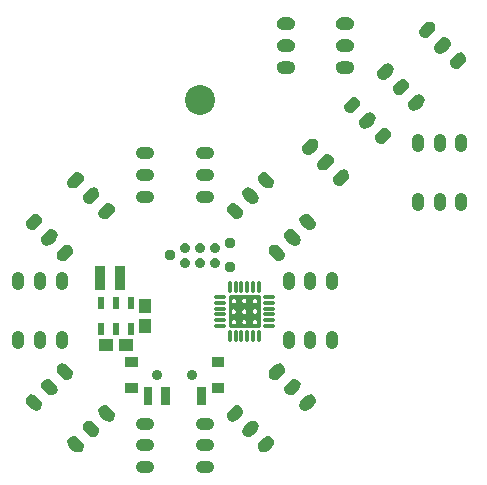
<source format=gts>
G04 DipTrace 2.4.0.2*
%INmale.gts*%
%MOMM*%
%ADD10C,0.25*%
%ADD24C,0.165*%
%ADD33R,0.5X1.0*%
%ADD40C,2.54*%
%ADD41C,0.95*%
%ADD42C,0.9*%
%ADD45O,1.55X1.05*%
%ADD46O,1.05X1.55*%
%ADD50O,0.33X1.05*%
%ADD51O,1.05X0.33*%
%ADD52R,0.9X2.05*%
%ADD53R,1.05X1.15*%
%ADD54R,1.15X1.05*%
%FSLAX53Y53*%
G04*
G71*
G90*
G75*
G01*
%LNTopMask*%
%LPD*%
D54*
X20810Y23492D3*
X22510D3*
D53*
X24121Y26865D3*
Y25165D3*
D40*
X28787Y44273D3*
G36*
X27902Y31762D2*
X27896Y31835D1*
X27877Y31906D1*
X27846Y31972D1*
X27804Y32031D1*
X27753Y32083D1*
X27693Y32125D1*
X27627Y32156D1*
X27556Y32175D1*
X27484Y32181D1*
D1*
X27411Y32175D1*
X27340Y32156D1*
X27274Y32125D1*
X27214Y32083D1*
X27163Y32031D1*
X27121Y31972D1*
X27090Y31906D1*
X27071Y31835D1*
X27065Y31762D1*
D1*
X27071Y31690D1*
X27090Y31619D1*
X27121Y31553D1*
X27163Y31493D1*
X27214Y31441D1*
X27274Y31400D1*
X27340Y31369D1*
X27411Y31350D1*
X27484Y31343D1*
D1*
X27556Y31350D1*
X27627Y31369D1*
X27693Y31400D1*
X27753Y31441D1*
X27804Y31493D1*
X27846Y31553D1*
X27877Y31619D1*
X27896Y31690D1*
X27902Y31762D1*
G37*
G36*
X29172D2*
X29166Y31835D1*
X29147Y31906D1*
X29116Y31972D1*
X29074Y32031D1*
X29023Y32083D1*
X28963Y32125D1*
X28897Y32156D1*
X28826Y32175D1*
X28754Y32181D1*
D1*
X28681Y32175D1*
X28610Y32156D1*
X28544Y32125D1*
X28484Y32083D1*
X28433Y32031D1*
X28391Y31972D1*
X28360Y31906D1*
X28341Y31835D1*
X28335Y31762D1*
D1*
X28341Y31690D1*
X28360Y31619D1*
X28391Y31553D1*
X28433Y31493D1*
X28484Y31441D1*
X28544Y31400D1*
X28610Y31369D1*
X28681Y31350D1*
X28754Y31343D1*
D1*
X28826Y31350D1*
X28897Y31369D1*
X28963Y31400D1*
X29023Y31441D1*
X29074Y31493D1*
X29116Y31553D1*
X29147Y31619D1*
X29166Y31690D1*
X29172Y31762D1*
G37*
G36*
X30442D2*
X30436Y31835D1*
X30417Y31906D1*
X30386Y31972D1*
X30344Y32031D1*
X30293Y32083D1*
X30233Y32125D1*
X30167Y32156D1*
X30096Y32175D1*
X30024Y32181D1*
D1*
X29951Y32175D1*
X29880Y32156D1*
X29814Y32125D1*
X29754Y32083D1*
X29703Y32031D1*
X29661Y31972D1*
X29630Y31906D1*
X29611Y31835D1*
X29605Y31762D1*
D1*
X29611Y31690D1*
X29630Y31619D1*
X29661Y31553D1*
X29703Y31493D1*
X29754Y31441D1*
X29814Y31400D1*
X29880Y31369D1*
X29951Y31350D1*
X30024Y31343D1*
D1*
X30096Y31350D1*
X30167Y31369D1*
X30233Y31400D1*
X30293Y31441D1*
X30344Y31493D1*
X30386Y31553D1*
X30417Y31619D1*
X30436Y31690D1*
X30442Y31762D1*
G37*
G36*
Y30492D2*
X30436Y30565D1*
X30417Y30636D1*
X30386Y30702D1*
X30344Y30761D1*
X30293Y30813D1*
X30233Y30855D1*
X30167Y30886D1*
X30096Y30905D1*
X30024Y30911D1*
D1*
X29951Y30905D1*
X29880Y30886D1*
X29814Y30855D1*
X29754Y30813D1*
X29703Y30761D1*
X29661Y30702D1*
X29630Y30636D1*
X29611Y30565D1*
X29605Y30492D1*
D1*
X29611Y30420D1*
X29630Y30349D1*
X29661Y30283D1*
X29703Y30223D1*
X29754Y30171D1*
X29814Y30130D1*
X29880Y30099D1*
X29951Y30080D1*
X30024Y30073D1*
D1*
X30096Y30080D1*
X30167Y30099D1*
X30233Y30130D1*
X30293Y30171D1*
X30344Y30223D1*
X30386Y30283D1*
X30417Y30349D1*
X30436Y30420D1*
X30442Y30492D1*
G37*
G36*
X29172D2*
X29166Y30565D1*
X29147Y30636D1*
X29116Y30702D1*
X29074Y30761D1*
X29023Y30813D1*
X28963Y30855D1*
X28897Y30886D1*
X28826Y30905D1*
X28754Y30911D1*
D1*
X28681Y30905D1*
X28610Y30886D1*
X28544Y30855D1*
X28484Y30813D1*
X28433Y30761D1*
X28391Y30702D1*
X28360Y30636D1*
X28341Y30565D1*
X28335Y30492D1*
D1*
X28341Y30420D1*
X28360Y30349D1*
X28391Y30283D1*
X28433Y30223D1*
X28484Y30171D1*
X28544Y30130D1*
X28610Y30099D1*
X28681Y30080D1*
X28754Y30073D1*
D1*
X28826Y30080D1*
X28897Y30099D1*
X28963Y30130D1*
X29023Y30171D1*
X29074Y30223D1*
X29116Y30283D1*
X29147Y30349D1*
X29166Y30420D1*
X29172Y30492D1*
G37*
G36*
X27902D2*
X27896Y30565D1*
X27877Y30636D1*
X27846Y30702D1*
X27804Y30761D1*
X27753Y30813D1*
X27693Y30855D1*
X27627Y30886D1*
X27556Y30905D1*
X27484Y30911D1*
D1*
X27411Y30905D1*
X27340Y30886D1*
X27274Y30855D1*
X27214Y30813D1*
X27163Y30761D1*
X27121Y30702D1*
X27090Y30636D1*
X27071Y30565D1*
X27065Y30492D1*
D1*
X27071Y30420D1*
X27090Y30349D1*
X27121Y30283D1*
X27163Y30223D1*
X27214Y30171D1*
X27274Y30130D1*
X27340Y30099D1*
X27411Y30080D1*
X27484Y30073D1*
D1*
X27556Y30080D1*
X27627Y30099D1*
X27693Y30130D1*
X27753Y30171D1*
X27804Y30223D1*
X27846Y30283D1*
X27877Y30349D1*
X27896Y30420D1*
X27902Y30492D1*
G37*
D41*
X26214Y31127D3*
X31294Y32143D3*
Y30111D3*
D52*
X20285Y29186D3*
X21985D3*
X32234Y27270D2*
D24*
X32235Y27289D1*
X32236Y27309D1*
X32240Y27328D1*
X32244Y27347D1*
X32250Y27366D1*
X32257Y27384D1*
X32265Y27401D1*
X32274Y27418D1*
X32285Y27434D1*
X32296Y27450D1*
X32309Y27464D1*
X32322Y27478D1*
X32336Y27490D1*
X32351Y27502D1*
X32367Y27512D1*
X32384Y27521D1*
X32401Y27529D1*
X32418Y27536D1*
X32436Y27541D1*
X32454Y27545D1*
X32473Y27548D1*
X32491Y27549D1*
X32510D1*
X32528Y27548D1*
X32547Y27545D1*
X32565Y27541D1*
X32583Y27536D1*
X32600Y27529D1*
X32617Y27521D1*
X32634Y27512D1*
X32650Y27502D1*
X32665Y27490D1*
X32679Y27478D1*
X32692Y27464D1*
X32705Y27450D1*
X32716Y27434D1*
X32727Y27418D1*
X32736Y27401D1*
X32744Y27384D1*
X32751Y27366D1*
X32757Y27347D1*
X32761Y27328D1*
X32765Y27309D1*
X32766Y27289D1*
X32767Y27270D1*
X32766Y27250D1*
X32765Y27231D1*
X32761Y27212D1*
X32757Y27193D1*
X32751Y27174D1*
X32744Y27156D1*
X32736Y27139D1*
X32727Y27122D1*
X32716Y27106D1*
X32705Y27090D1*
X32692Y27076D1*
X32679Y27062D1*
X32665Y27050D1*
X32650Y27038D1*
X32634Y27028D1*
X32617Y27019D1*
X32600Y27011D1*
X32583Y27004D1*
X32565Y26999D1*
X32547Y26995D1*
X32528Y26992D1*
X32510Y26991D1*
X32491D1*
X32473Y26992D1*
X32454Y26995D1*
X32436Y26999D1*
X32418Y27004D1*
X32401Y27011D1*
X32384Y27019D1*
X32367Y27028D1*
X32351Y27038D1*
X32336Y27050D1*
X32322Y27062D1*
X32309Y27076D1*
X32296Y27090D1*
X32285Y27106D1*
X32274Y27122D1*
X32265Y27139D1*
X32257Y27156D1*
X32250Y27174D1*
X32244Y27193D1*
X32240Y27212D1*
X32236Y27231D1*
X32235Y27250D1*
X32234Y27270D1*
X33137D2*
X33138Y27289D1*
X33140Y27309D1*
X33143Y27328D1*
X33147Y27347D1*
X33153Y27366D1*
X33160Y27384D1*
X33168Y27401D1*
X33178Y27418D1*
X33188Y27434D1*
X33200Y27450D1*
X33212Y27464D1*
X33225Y27478D1*
X33240Y27490D1*
X33255Y27502D1*
X33270Y27512D1*
X33287Y27521D1*
X33304Y27529D1*
X33321Y27536D1*
X33339Y27541D1*
X33357Y27545D1*
X33376Y27548D1*
X33394Y27549D1*
X33413D1*
X33432Y27548D1*
X33450Y27545D1*
X33468Y27541D1*
X33486Y27536D1*
X33504Y27529D1*
X33521Y27521D1*
X33537Y27512D1*
X33553Y27502D1*
X33568Y27490D1*
X33582Y27478D1*
X33596Y27464D1*
X33608Y27450D1*
X33619Y27434D1*
X33630Y27418D1*
X33639Y27401D1*
X33647Y27384D1*
X33654Y27366D1*
X33660Y27347D1*
X33665Y27328D1*
X33668Y27309D1*
X33670Y27289D1*
Y27270D1*
Y27250D1*
X33668Y27231D1*
X33665Y27212D1*
X33660Y27193D1*
X33654Y27174D1*
X33647Y27156D1*
X33639Y27139D1*
X33630Y27122D1*
X33619Y27106D1*
X33608Y27090D1*
X33596Y27076D1*
X33582Y27062D1*
X33568Y27050D1*
X33553Y27038D1*
X33537Y27028D1*
X33521Y27019D1*
X33504Y27011D1*
X33486Y27004D1*
X33468Y26999D1*
X33450Y26995D1*
X33432Y26992D1*
X33413Y26991D1*
X33394D1*
X33376Y26992D1*
X33357Y26995D1*
X33339Y26999D1*
X33321Y27004D1*
X33304Y27011D1*
X33287Y27019D1*
X33270Y27028D1*
X33255Y27038D1*
X33240Y27050D1*
X33225Y27062D1*
X33212Y27076D1*
X33200Y27090D1*
X33188Y27106D1*
X33178Y27122D1*
X33168Y27139D1*
X33160Y27156D1*
X33153Y27174D1*
X33147Y27193D1*
X33143Y27212D1*
X33140Y27231D1*
X33138Y27250D1*
X33137Y27270D1*
X31327Y26373D2*
X31328Y26393D1*
X31330Y26412D1*
X31333Y26431D1*
X31338Y26450D1*
X31343Y26469D1*
X31350Y26487D1*
X31358Y26505D1*
X31368Y26521D1*
X31378Y26538D1*
X31390Y26553D1*
X31402Y26567D1*
X31415Y26581D1*
X31430Y26594D1*
X31445Y26605D1*
X31461Y26615D1*
X31477Y26625D1*
X31494Y26632D1*
X31511Y26639D1*
X31529Y26645D1*
X31548Y26649D1*
X31566Y26651D1*
X31585Y26653D1*
X31603D1*
X31622Y26651D1*
X31640Y26649D1*
X31658Y26645D1*
X31676Y26639D1*
X31694Y26632D1*
X31711Y26625D1*
X31727Y26615D1*
X31743Y26605D1*
X31758Y26594D1*
X31772Y26581D1*
X31786Y26567D1*
X31798Y26553D1*
X31810Y26538D1*
X31820Y26521D1*
X31829Y26505D1*
X31837Y26487D1*
X31844Y26469D1*
X31850Y26450D1*
X31855Y26431D1*
X31858Y26412D1*
X31860Y26393D1*
Y26373D1*
Y26354D1*
X31858Y26334D1*
X31855Y26315D1*
X31850Y26296D1*
X31844Y26278D1*
X31837Y26260D1*
X31829Y26242D1*
X31820Y26225D1*
X31810Y26209D1*
X31798Y26194D1*
X31786Y26179D1*
X31772Y26166D1*
X31758Y26153D1*
X31743Y26142D1*
X31727Y26131D1*
X31711Y26122D1*
X31694Y26114D1*
X31676Y26108D1*
X31658Y26102D1*
X31640Y26098D1*
X31622Y26095D1*
X31603Y26094D1*
X31585D1*
X31566Y26095D1*
X31548Y26098D1*
X31529Y26102D1*
X31511Y26108D1*
X31494Y26114D1*
X31477Y26122D1*
X31461Y26131D1*
X31445Y26142D1*
X31430Y26153D1*
X31415Y26166D1*
X31402Y26179D1*
X31390Y26194D1*
X31378Y26209D1*
X31368Y26225D1*
X31358Y26242D1*
X31350Y26260D1*
X31343Y26278D1*
X31338Y26296D1*
X31333Y26315D1*
X31330Y26334D1*
X31328Y26354D1*
X31327Y26373D1*
X32227Y26370D2*
X32228Y26390D1*
X32230Y26409D1*
X32233Y26428D1*
X32237Y26447D1*
X32243Y26466D1*
X32250Y26484D1*
X32258Y26501D1*
X32268Y26518D1*
X32278Y26534D1*
X32289Y26550D1*
X32302Y26564D1*
X32315Y26578D1*
X32330Y26590D1*
X32345Y26602D1*
X32360Y26612D1*
X32377Y26621D1*
X32394Y26629D1*
X32411Y26636D1*
X32429Y26641D1*
X32447Y26645D1*
X32466Y26648D1*
X32484Y26649D1*
X32503D1*
X32522Y26648D1*
X32540Y26645D1*
X32558Y26641D1*
X32576Y26636D1*
X32594Y26629D1*
X32611Y26621D1*
X32627Y26612D1*
X32643Y26602D1*
X32658Y26590D1*
X32672Y26578D1*
X32685Y26564D1*
X32698Y26550D1*
X32709Y26534D1*
X32720Y26518D1*
X32729Y26501D1*
X32737Y26484D1*
X32744Y26466D1*
X32750Y26447D1*
X32754Y26428D1*
X32758Y26409D1*
X32760Y26390D1*
Y26370D1*
Y26351D1*
X32758Y26331D1*
X32754Y26312D1*
X32750Y26293D1*
X32744Y26275D1*
X32737Y26256D1*
X32729Y26239D1*
X32720Y26222D1*
X32709Y26206D1*
X32698Y26191D1*
X32685Y26176D1*
X32672Y26163D1*
X32658Y26150D1*
X32643Y26139D1*
X32627Y26128D1*
X32611Y26119D1*
X32594Y26111D1*
X32576Y26104D1*
X32558Y26099D1*
X32540Y26095D1*
X32522Y26092D1*
X32503Y26091D1*
X32484D1*
X32466Y26092D1*
X32447Y26095D1*
X32429Y26099D1*
X32411Y26104D1*
X32394Y26111D1*
X32377Y26119D1*
X32360Y26128D1*
X32345Y26139D1*
X32330Y26150D1*
X32315Y26163D1*
X32302Y26176D1*
X32289Y26191D1*
X32278Y26206D1*
X32268Y26222D1*
X32258Y26239D1*
X32250Y26256D1*
X32243Y26275D1*
X32237Y26293D1*
X32233Y26312D1*
X32230Y26331D1*
X32228Y26351D1*
X32227Y26370D1*
X32237D2*
X32238Y26390D1*
X32240Y26409D1*
X32243Y26428D1*
X32248Y26447D1*
X32253Y26466D1*
X32260Y26484D1*
X32268Y26501D1*
X32278Y26518D1*
X32288Y26534D1*
X32300Y26550D1*
X32312Y26564D1*
X32325Y26578D1*
X32340Y26590D1*
X32355Y26602D1*
X32371Y26612D1*
X32387Y26621D1*
X32404Y26629D1*
X32421Y26636D1*
X32439Y26641D1*
X32458Y26645D1*
X32476Y26648D1*
X32495Y26649D1*
X32513D1*
X32532Y26648D1*
X32550Y26645D1*
X32568Y26641D1*
X32586Y26636D1*
X32604Y26629D1*
X32621Y26621D1*
X32637Y26612D1*
X32653Y26602D1*
X32668Y26590D1*
X32682Y26578D1*
X32696Y26564D1*
X32708Y26550D1*
X32720Y26534D1*
X32730Y26518D1*
X32739Y26501D1*
X32747Y26484D1*
X32754Y26466D1*
X32760Y26447D1*
X32765Y26428D1*
X32768Y26409D1*
X32770Y26390D1*
X32771Y26370D1*
X32770Y26351D1*
X32768Y26331D1*
X32765Y26312D1*
X32760Y26293D1*
X32754Y26275D1*
X32747Y26256D1*
X32739Y26239D1*
X32730Y26222D1*
X32720Y26206D1*
X32708Y26191D1*
X32696Y26176D1*
X32682Y26163D1*
X32668Y26150D1*
X32653Y26139D1*
X32637Y26128D1*
X32621Y26119D1*
X32604Y26111D1*
X32586Y26104D1*
X32568Y26099D1*
X32550Y26095D1*
X32532Y26092D1*
X32513Y26091D1*
X32495D1*
X32476Y26092D1*
X32458Y26095D1*
X32439Y26099D1*
X32421Y26104D1*
X32404Y26111D1*
X32387Y26119D1*
X32371Y26128D1*
X32355Y26139D1*
X32340Y26150D1*
X32325Y26163D1*
X32312Y26176D1*
X32300Y26191D1*
X32288Y26206D1*
X32278Y26222D1*
X32268Y26239D1*
X32260Y26256D1*
X32253Y26275D1*
X32248Y26293D1*
X32243Y26312D1*
X32240Y26331D1*
X32238Y26351D1*
X32237Y26370D1*
X33134Y26377D2*
Y26396D1*
X33136Y26416D1*
X33140Y26435D1*
X33144Y26454D1*
X33150Y26472D1*
X33157Y26490D1*
X33165Y26508D1*
X33174Y26525D1*
X33185Y26541D1*
X33196Y26556D1*
X33209Y26571D1*
X33222Y26584D1*
X33236Y26597D1*
X33251Y26608D1*
X33267Y26618D1*
X33283Y26628D1*
X33300Y26636D1*
X33318Y26642D1*
X33336Y26648D1*
X33354Y26652D1*
X33372Y26654D1*
X33391Y26656D1*
X33410D1*
X33428Y26654D1*
X33447Y26652D1*
X33465Y26648D1*
X33483Y26642D1*
X33500Y26636D1*
X33517Y26628D1*
X33534Y26618D1*
X33549Y26608D1*
X33564Y26597D1*
X33579Y26584D1*
X33592Y26571D1*
X33605Y26556D1*
X33616Y26541D1*
X33626Y26525D1*
X33636Y26508D1*
X33644Y26490D1*
X33651Y26472D1*
X33657Y26454D1*
X33661Y26435D1*
X33664Y26416D1*
X33666Y26396D1*
X33667Y26377D1*
X33666Y26357D1*
X33664Y26338D1*
X33661Y26319D1*
X33657Y26300D1*
X33651Y26281D1*
X33644Y26263D1*
X33636Y26246D1*
X33626Y26229D1*
X33616Y26213D1*
X33605Y26197D1*
X33592Y26183D1*
X33579Y26169D1*
X33564Y26157D1*
X33549Y26145D1*
X33534Y26135D1*
X33517Y26126D1*
X33500Y26118D1*
X33483Y26111D1*
X33465Y26106D1*
X33447Y26102D1*
X33428Y26099D1*
X33410Y26098D1*
X33391D1*
X33372Y26099D1*
X33354Y26102D1*
X33336Y26106D1*
X33318Y26111D1*
X33300Y26118D1*
X33283Y26126D1*
X33267Y26135D1*
X33251Y26145D1*
X33236Y26157D1*
X33222Y26169D1*
X33209Y26183D1*
X33196Y26197D1*
X33185Y26213D1*
X33174Y26229D1*
X33165Y26246D1*
X33157Y26263D1*
X33150Y26281D1*
X33144Y26300D1*
X33140Y26319D1*
X33136Y26338D1*
X33134Y26357D1*
Y26377D1*
X32230Y25470D2*
X32231Y25489D1*
X32233Y25509D1*
X32236Y25528D1*
X32241Y25547D1*
X32247Y25565D1*
X32254Y25583D1*
X32262Y25601D1*
X32271Y25618D1*
X32281Y25634D1*
X32293Y25649D1*
X32305Y25664D1*
X32319Y25677D1*
X32333Y25690D1*
X32348Y25701D1*
X32364Y25712D1*
X32380Y25721D1*
X32397Y25729D1*
X32415Y25735D1*
X32433Y25741D1*
X32451Y25745D1*
X32469Y25748D1*
X32488Y25749D1*
X32506D1*
X32525Y25748D1*
X32543Y25745D1*
X32562Y25741D1*
X32579Y25735D1*
X32597Y25729D1*
X32614Y25721D1*
X32630Y25712D1*
X32646Y25701D1*
X32661Y25690D1*
X32675Y25677D1*
X32689Y25664D1*
X32701Y25649D1*
X32713Y25634D1*
X32723Y25618D1*
X32732Y25601D1*
X32741Y25583D1*
X32748Y25565D1*
X32753Y25547D1*
X32758Y25528D1*
X32761Y25509D1*
X32763Y25489D1*
X32764Y25470D1*
X32763Y25450D1*
X32761Y25431D1*
X32758Y25412D1*
X32753Y25393D1*
X32748Y25374D1*
X32741Y25356D1*
X32732Y25339D1*
X32723Y25322D1*
X32713Y25306D1*
X32701Y25290D1*
X32689Y25276D1*
X32675Y25262D1*
X32661Y25250D1*
X32646Y25238D1*
X32630Y25228D1*
X32614Y25219D1*
X32597Y25211D1*
X32579Y25204D1*
X32562Y25199D1*
X32543Y25195D1*
X32525Y25192D1*
X32506Y25191D1*
X32488D1*
X32469Y25192D1*
X32451Y25195D1*
X32433Y25199D1*
X32415Y25204D1*
X32397Y25211D1*
X32380Y25219D1*
X32364Y25228D1*
X32348Y25238D1*
X32333Y25250D1*
X32319Y25262D1*
X32305Y25276D1*
X32293Y25290D1*
X32281Y25306D1*
X32271Y25322D1*
X32262Y25339D1*
X32254Y25356D1*
X32247Y25374D1*
X32241Y25393D1*
X32236Y25412D1*
X32233Y25431D1*
X32231Y25450D1*
X32230Y25470D1*
X31334D2*
X31335Y25489D1*
X31337Y25509D1*
X31340Y25528D1*
X31344Y25547D1*
X31350Y25565D1*
X31357Y25583D1*
X31365Y25601D1*
X31375Y25618D1*
X31385Y25634D1*
X31396Y25649D1*
X31409Y25664D1*
X31422Y25677D1*
X31436Y25690D1*
X31452Y25701D1*
X31467Y25712D1*
X31484Y25721D1*
X31501Y25729D1*
X31518Y25735D1*
X31536Y25741D1*
X31554Y25745D1*
X31573Y25748D1*
X31591Y25749D1*
X31610D1*
X31628Y25748D1*
X31647Y25745D1*
X31665Y25741D1*
X31683Y25735D1*
X31700Y25729D1*
X31717Y25721D1*
X31734Y25712D1*
X31750Y25701D1*
X31765Y25690D1*
X31779Y25677D1*
X31792Y25664D1*
X31805Y25649D1*
X31816Y25634D1*
X31827Y25618D1*
X31836Y25601D1*
X31844Y25583D1*
X31851Y25565D1*
X31857Y25547D1*
X31861Y25528D1*
X31865Y25509D1*
X31867Y25489D1*
Y25470D1*
Y25450D1*
X31865Y25431D1*
X31861Y25412D1*
X31857Y25393D1*
X31851Y25374D1*
X31844Y25356D1*
X31836Y25339D1*
X31827Y25322D1*
X31816Y25306D1*
X31805Y25290D1*
X31792Y25276D1*
X31779Y25262D1*
X31765Y25250D1*
X31750Y25238D1*
X31734Y25228D1*
X31717Y25219D1*
X31700Y25211D1*
X31683Y25204D1*
X31665Y25199D1*
X31647Y25195D1*
X31628Y25192D1*
X31610Y25191D1*
X31591D1*
X31573Y25192D1*
X31554Y25195D1*
X31536Y25199D1*
X31518Y25204D1*
X31501Y25211D1*
X31484Y25219D1*
X31467Y25228D1*
X31452Y25238D1*
X31436Y25250D1*
X31422Y25262D1*
X31409Y25276D1*
X31396Y25290D1*
X31385Y25306D1*
X31375Y25322D1*
X31365Y25339D1*
X31357Y25356D1*
X31350Y25374D1*
X31344Y25393D1*
X31340Y25412D1*
X31337Y25431D1*
X31335Y25450D1*
X31334Y25470D1*
X33137D2*
X33138Y25489D1*
X33140Y25509D1*
X33143Y25528D1*
X33147Y25547D1*
X33153Y25565D1*
X33160Y25583D1*
X33168Y25601D1*
X33178Y25618D1*
X33188Y25634D1*
X33200Y25649D1*
X33212Y25664D1*
X33225Y25677D1*
X33240Y25690D1*
X33255Y25701D1*
X33270Y25712D1*
X33287Y25721D1*
X33304Y25729D1*
X33321Y25735D1*
X33339Y25741D1*
X33357Y25745D1*
X33376Y25748D1*
X33394Y25749D1*
X33413D1*
X33432Y25748D1*
X33450Y25745D1*
X33468Y25741D1*
X33486Y25735D1*
X33504Y25729D1*
X33521Y25721D1*
X33537Y25712D1*
X33553Y25701D1*
X33568Y25690D1*
X33582Y25677D1*
X33596Y25664D1*
X33608Y25649D1*
X33619Y25634D1*
X33630Y25618D1*
X33639Y25601D1*
X33647Y25583D1*
X33654Y25565D1*
X33660Y25547D1*
X33665Y25528D1*
X33668Y25509D1*
X33670Y25489D1*
Y25470D1*
Y25450D1*
X33668Y25431D1*
X33665Y25412D1*
X33660Y25393D1*
X33654Y25374D1*
X33647Y25356D1*
X33639Y25339D1*
X33630Y25322D1*
X33619Y25306D1*
X33608Y25290D1*
X33596Y25276D1*
X33582Y25262D1*
X33568Y25250D1*
X33553Y25238D1*
X33537Y25228D1*
X33521Y25219D1*
X33504Y25211D1*
X33486Y25204D1*
X33468Y25199D1*
X33450Y25195D1*
X33432Y25192D1*
X33413Y25191D1*
X33394D1*
X33376Y25192D1*
X33357Y25195D1*
X33339Y25199D1*
X33321Y25204D1*
X33304Y25211D1*
X33287Y25219D1*
X33270Y25228D1*
X33255Y25238D1*
X33240Y25250D1*
X33225Y25262D1*
X33212Y25276D1*
X33200Y25290D1*
X33188Y25306D1*
X33178Y25322D1*
X33168Y25339D1*
X33160Y25356D1*
X33153Y25374D1*
X33147Y25393D1*
X33143Y25412D1*
X33140Y25431D1*
X33138Y25450D1*
X33137Y25470D1*
X31244Y27640D2*
D10*
X33734D1*
Y25113D1*
X31244D1*
Y27640D1*
G36*
X31838Y27580D2*
X32318D1*
Y25197D1*
X31838D1*
Y27580D1*
G37*
G36*
X31281Y26173D2*
X33758D1*
Y25707D1*
X31281D1*
Y26173D1*
G37*
G36*
X31298Y27033D2*
X33657D1*
Y26567D1*
X31298D1*
Y27033D1*
G37*
G36*
X32727Y27673D2*
X33201D1*
Y25203D1*
X32727D1*
Y27673D1*
G37*
X31361Y27257D2*
D24*
Y27276D1*
X31363Y27296D1*
X31366Y27315D1*
X31371Y27334D1*
X31377Y27352D1*
X31384Y27370D1*
X31392Y27388D1*
X31401Y27405D1*
X31412Y27421D1*
X31423Y27436D1*
X31435Y27451D1*
X31449Y27464D1*
X31463Y27477D1*
X31478Y27488D1*
X31494Y27499D1*
X31510Y27508D1*
X31527Y27516D1*
X31545Y27522D1*
X31563Y27528D1*
X31581Y27532D1*
X31599Y27535D1*
X31618Y27536D1*
X31637D1*
X31655Y27535D1*
X31674Y27532D1*
X31692Y27528D1*
X31710Y27522D1*
X31727Y27516D1*
X31744Y27508D1*
X31761Y27499D1*
X31776Y27488D1*
X31791Y27477D1*
X31806Y27464D1*
X31819Y27451D1*
X31831Y27436D1*
X31843Y27421D1*
X31853Y27405D1*
X31863Y27388D1*
X31871Y27370D1*
X31878Y27352D1*
X31884Y27334D1*
X31888Y27315D1*
X31891Y27296D1*
X31893Y27276D1*
X31894Y27257D1*
X31893Y27237D1*
X31891Y27218D1*
X31888Y27199D1*
X31884Y27180D1*
X31878Y27161D1*
X31871Y27143D1*
X31863Y27125D1*
X31853Y27109D1*
X31843Y27092D1*
X31831Y27077D1*
X31819Y27063D1*
X31806Y27049D1*
X31791Y27036D1*
X31776Y27025D1*
X31761Y27015D1*
X31744Y27005D1*
X31727Y26998D1*
X31710Y26991D1*
X31692Y26985D1*
X31674Y26981D1*
X31655Y26979D1*
X31637Y26977D1*
X31618D1*
X31599Y26979D1*
X31581Y26981D1*
X31563Y26985D1*
X31545Y26991D1*
X31527Y26998D1*
X31510Y27005D1*
X31494Y27015D1*
X31478Y27025D1*
X31463Y27036D1*
X31449Y27049D1*
X31435Y27063D1*
X31423Y27077D1*
X31412Y27092D1*
X31401Y27109D1*
X31392Y27125D1*
X31384Y27143D1*
X31377Y27161D1*
X31371Y27180D1*
X31366Y27199D1*
X31363Y27218D1*
X31361Y27237D1*
Y27257D1*
D51*
X30454Y27623D3*
Y27123D3*
Y26623D3*
Y26123D3*
Y25623D3*
Y25123D3*
D50*
X31254Y24323D3*
X31754D3*
X32254D3*
X32754D3*
X33254D3*
X33754D3*
D51*
X34554Y25123D3*
Y25623D3*
Y26123D3*
Y26623D3*
Y27123D3*
Y27623D3*
D50*
X33754Y28423D3*
X33254D3*
X32754D3*
X32254D3*
X31754D3*
X31254D3*
D33*
X20340Y24927D3*
X21640D3*
X22940D3*
Y27127D3*
X21640D3*
X20340D3*
D46*
X39938Y28993D3*
X38088D3*
X36238D3*
Y23993D3*
X38088D3*
X39938D3*
G36*
X37316Y18859D2*
X37193Y18663D1*
X37167Y18431D1*
X37244Y18210D1*
X37410Y18045D1*
X37631Y17967D1*
X37863Y17994D1*
X38059Y18117D1*
X38416Y18474D1*
X38539Y18670D1*
X38565Y18902D1*
X38488Y19123D1*
X38323Y19288D1*
X38102Y19366D1*
X37869Y19339D1*
X37674Y19217D1*
X37316Y18859D1*
G37*
G36*
X36008Y20167D2*
X35885Y19971D1*
X35859Y19739D1*
X35936Y19518D1*
X36102Y19353D1*
X36322Y19276D1*
X36555Y19302D1*
X36751Y19425D1*
X37108Y19782D1*
X37231Y19978D1*
X37257Y20210D1*
X37180Y20431D1*
X37015Y20596D1*
X36794Y20674D1*
X36561Y20648D1*
X36366Y20525D1*
X36008Y20167D1*
G37*
G36*
X34700Y21475D2*
X34577Y21280D1*
X34551Y21047D1*
X34628Y20826D1*
X34793Y20661D1*
X35014Y20584D1*
X35247Y20610D1*
X35442Y20733D1*
X35800Y21090D1*
X35923Y21286D1*
X35949Y21518D1*
X35872Y21739D1*
X35706Y21905D1*
X35486Y21982D1*
X35253Y21956D1*
X35057Y21833D1*
X34700Y21475D1*
G37*
G36*
X31164Y17940D2*
X31041Y17744D1*
X31015Y17512D1*
X31093Y17291D1*
X31258Y17125D1*
X31479Y17048D1*
X31711Y17074D1*
X31907Y17197D1*
X32264Y17555D1*
X32387Y17750D1*
X32414Y17983D1*
X32336Y18204D1*
X32171Y18369D1*
X31950Y18446D1*
X31718Y18420D1*
X31522Y18297D1*
X31164Y17940D1*
G37*
G36*
X32473Y16632D2*
X32350Y16436D1*
X32323Y16203D1*
X32401Y15983D1*
X32566Y15817D1*
X32787Y15740D1*
X33019Y15766D1*
X33215Y15889D1*
X33573Y16247D1*
X33695Y16442D1*
X33722Y16675D1*
X33644Y16896D1*
X33479Y17061D1*
X33258Y17138D1*
X33026Y17112D1*
X32830Y16989D1*
X32473Y16632D1*
G37*
G36*
X33781Y15323D2*
X33658Y15128D1*
X33632Y14895D1*
X33709Y14675D1*
X33874Y14509D1*
X34095Y14432D1*
X34328Y14458D1*
X34523Y14581D1*
X34881Y14939D1*
X35004Y15134D1*
X35030Y15367D1*
X34953Y15587D1*
X34787Y15753D1*
X34566Y15830D1*
X34334Y15804D1*
X34138Y15681D1*
X33781Y15323D1*
G37*
D45*
X29129Y13184D3*
Y15034D3*
Y16884D3*
X24129D3*
Y15034D3*
Y13184D3*
G36*
X18411Y15681D2*
X18216Y15804D1*
X17983Y15830D1*
X17763Y15753D1*
X17597Y15587D1*
X17520Y15367D1*
X17546Y15134D1*
X17669Y14939D1*
X18027Y14581D1*
X18222Y14458D1*
X18455Y14432D1*
X18675Y14509D1*
X18841Y14675D1*
X18918Y14895D1*
X18892Y15128D1*
X18769Y15323D1*
X18411Y15681D1*
G37*
G36*
X19720Y16989D2*
X19524Y17112D1*
X19291Y17138D1*
X19071Y17061D1*
X18905Y16896D1*
X18828Y16675D1*
X18854Y16442D1*
X18977Y16247D1*
X19335Y15889D1*
X19530Y15766D1*
X19763Y15740D1*
X19984Y15817D1*
X20149Y15983D1*
X20226Y16203D1*
X20200Y16436D1*
X20077Y16632D1*
X19720Y16989D1*
G37*
G36*
X21028Y18297D2*
X20832Y18420D1*
X20600Y18446D1*
X20379Y18369D1*
X20213Y18204D1*
X20136Y17983D1*
X20162Y17750D1*
X20285Y17555D1*
X20643Y17197D1*
X20838Y17074D1*
X21071Y17048D1*
X21292Y17125D1*
X21457Y17291D1*
X21534Y17512D1*
X21508Y17744D1*
X21385Y17940D1*
X21028Y18297D1*
G37*
G36*
X17492Y21833D2*
X17297Y21956D1*
X17064Y21982D1*
X16843Y21905D1*
X16678Y21739D1*
X16601Y21518D1*
X16627Y21286D1*
X16750Y21090D1*
X17107Y20733D1*
X17303Y20610D1*
X17535Y20584D1*
X17756Y20661D1*
X17922Y20826D1*
X17999Y21047D1*
X17973Y21280D1*
X17850Y21475D1*
X17492Y21833D1*
G37*
G36*
X16184Y20525D2*
X15988Y20648D1*
X15756Y20674D1*
X15535Y20596D1*
X15370Y20431D1*
X15292Y20210D1*
X15319Y19978D1*
X15442Y19782D1*
X15799Y19425D1*
X15995Y19302D1*
X16227Y19276D1*
X16448Y19353D1*
X16613Y19518D1*
X16691Y19739D1*
X16664Y19971D1*
X16542Y20167D1*
X16184Y20525D1*
G37*
G36*
X14876Y19217D2*
X14680Y19339D1*
X14448Y19366D1*
X14227Y19288D1*
X14062Y19123D1*
X13984Y18902D1*
X14011Y18670D1*
X14133Y18474D1*
X14491Y18117D1*
X14687Y17994D1*
X14919Y17967D1*
X15140Y18045D1*
X15305Y18210D1*
X15383Y18431D1*
X15356Y18663D1*
X15233Y18859D1*
X14876Y19217D1*
G37*
D46*
X13319Y23993D3*
X15169D3*
X17019D3*
Y28993D3*
X15169D3*
X13319D3*
G36*
X15233Y33761D2*
X15356Y33956D1*
X15383Y34189D1*
X15305Y34410D1*
X15140Y34575D1*
X14919Y34652D1*
X14687Y34626D1*
X14491Y34503D1*
X14133Y34146D1*
X14011Y33950D1*
X13984Y33718D1*
X14062Y33497D1*
X14227Y33331D1*
X14448Y33254D1*
X14680Y33280D1*
X14876Y33403D1*
X15233Y33761D1*
G37*
G36*
X16542Y32453D2*
X16664Y32648D1*
X16691Y32881D1*
X16613Y33102D1*
X16448Y33267D1*
X16227Y33344D1*
X15995Y33318D1*
X15799Y33195D1*
X15442Y32838D1*
X15319Y32642D1*
X15292Y32409D1*
X15370Y32189D1*
X15535Y32023D1*
X15756Y31946D1*
X15988Y31972D1*
X16184Y32095D1*
X16542Y32453D1*
G37*
G36*
X17850Y31145D2*
X17973Y31340D1*
X17999Y31573D1*
X17922Y31793D1*
X17756Y31959D1*
X17535Y32036D1*
X17303Y32010D1*
X17107Y31887D1*
X16750Y31529D1*
X16627Y31334D1*
X16601Y31101D1*
X16678Y30881D1*
X16843Y30715D1*
X17064Y30638D1*
X17297Y30664D1*
X17492Y30787D1*
X17850Y31145D1*
G37*
G36*
X21385Y34680D2*
X21508Y34876D1*
X21534Y35108D1*
X21457Y35329D1*
X21292Y35494D1*
X21071Y35572D1*
X20838Y35545D1*
X20643Y35423D1*
X20285Y35065D1*
X20162Y34869D1*
X20136Y34637D1*
X20213Y34416D1*
X20379Y34251D1*
X20600Y34173D1*
X20832Y34200D1*
X21028Y34323D1*
X21385Y34680D1*
G37*
G36*
X20077Y35988D2*
X20200Y36184D1*
X20226Y36416D1*
X20149Y36637D1*
X19984Y36802D1*
X19763Y36880D1*
X19530Y36854D1*
X19335Y36731D1*
X18977Y36373D1*
X18854Y36177D1*
X18828Y35945D1*
X18905Y35724D1*
X19071Y35559D1*
X19291Y35482D1*
X19524Y35508D1*
X19720Y35631D1*
X20077Y35988D1*
G37*
G36*
X18769Y37296D2*
X18892Y37492D1*
X18918Y37724D1*
X18841Y37945D1*
X18675Y38111D1*
X18455Y38188D1*
X18222Y38162D1*
X18027Y38039D1*
X17669Y37681D1*
X17546Y37486D1*
X17520Y37253D1*
X17597Y37032D1*
X17763Y36867D1*
X17983Y36790D1*
X18216Y36816D1*
X18411Y36939D1*
X18769Y37296D1*
G37*
D45*
X24129Y39802D3*
Y37952D3*
Y36102D3*
X29129D3*
Y37952D3*
Y39802D3*
G36*
X34138Y36939D2*
X34334Y36816D1*
X34566Y36790D1*
X34787Y36867D1*
X34952Y37032D1*
X35030Y37253D1*
X35004Y37486D1*
X34881Y37681D1*
X34523Y38039D1*
X34327Y38162D1*
X34095Y38188D1*
X33874Y38111D1*
X33709Y37945D1*
X33632Y37724D1*
X33658Y37492D1*
X33781Y37296D1*
X34138Y36939D1*
G37*
G36*
X32830Y35631D2*
X33026Y35508D1*
X33258Y35482D1*
X33479Y35559D1*
X33644Y35724D1*
X33722Y35945D1*
X33695Y36177D1*
X33572Y36373D1*
X33215Y36731D1*
X33019Y36854D1*
X32787Y36880D1*
X32566Y36802D1*
X32401Y36637D1*
X32323Y36416D1*
X32350Y36184D1*
X32473Y35988D1*
X32830Y35631D1*
G37*
G36*
X31522Y34322D2*
X31718Y34200D1*
X31950Y34173D1*
X32171Y34251D1*
X32336Y34416D1*
X32413Y34637D1*
X32387Y34869D1*
X32264Y35065D1*
X31907Y35422D1*
X31711Y35545D1*
X31479Y35572D1*
X31258Y35494D1*
X31093Y35329D1*
X31015Y35108D1*
X31041Y34876D1*
X31164Y34680D1*
X31522Y34322D1*
G37*
G36*
X35057Y30787D2*
X35253Y30664D1*
X35486Y30638D1*
X35706Y30715D1*
X35872Y30881D1*
X35949Y31101D1*
X35923Y31334D1*
X35800Y31529D1*
X35442Y31887D1*
X35247Y32010D1*
X35014Y32036D1*
X34793Y31959D1*
X34628Y31793D1*
X34551Y31573D1*
X34577Y31340D1*
X34700Y31144D1*
X35057Y30787D1*
G37*
G36*
X36366Y32095D2*
X36561Y31972D1*
X36794Y31946D1*
X37014Y32023D1*
X37180Y32189D1*
X37257Y32409D1*
X37231Y32642D1*
X37108Y32838D1*
X36750Y33195D1*
X36555Y33318D1*
X36322Y33344D1*
X36102Y33267D1*
X35936Y33102D1*
X35859Y32881D1*
X35885Y32648D1*
X36008Y32453D1*
X36366Y32095D1*
G37*
G36*
X37674Y33403D2*
X37869Y33280D1*
X38102Y33254D1*
X38323Y33331D1*
X38488Y33497D1*
X38565Y33718D1*
X38539Y33950D1*
X38416Y34146D1*
X38059Y34503D1*
X37863Y34626D1*
X37631Y34652D1*
X37410Y34575D1*
X37244Y34410D1*
X37167Y34189D1*
X37193Y33956D1*
X37316Y33761D1*
X37674Y33403D1*
G37*
G36*
X38628Y40125D2*
X38751Y40321D1*
X38777Y40553D1*
X38700Y40774D1*
X38535Y40939D1*
X38314Y41017D1*
X38082Y40990D1*
X37886Y40868D1*
X37528Y40510D1*
X37405Y40314D1*
X37379Y40082D1*
X37457Y39861D1*
X37622Y39696D1*
X37843Y39618D1*
X38075Y39645D1*
X38271Y39768D1*
X38628Y40125D1*
G37*
G36*
X39936Y38817D2*
X40059Y39013D1*
X40086Y39245D1*
X40008Y39466D1*
X39843Y39631D1*
X39622Y39708D1*
X39390Y39682D1*
X39194Y39559D1*
X38837Y39202D1*
X38714Y39006D1*
X38687Y38774D1*
X38765Y38553D1*
X38930Y38388D1*
X39151Y38310D1*
X39383Y38336D1*
X39579Y38459D1*
X39936Y38817D1*
G37*
G36*
X41245Y37509D2*
X41368Y37704D1*
X41394Y37937D1*
X41317Y38158D1*
X41151Y38323D1*
X40930Y38400D1*
X40698Y38374D1*
X40502Y38251D1*
X40145Y37894D1*
X40022Y37698D1*
X39996Y37466D1*
X40073Y37245D1*
X40238Y37079D1*
X40459Y37002D1*
X40692Y37028D1*
X40887Y37151D1*
X41245Y37509D1*
G37*
G36*
X44780Y41044D2*
X44903Y41240D1*
X44929Y41472D1*
X44852Y41693D1*
X44687Y41859D1*
X44466Y41936D1*
X44233Y41910D1*
X44038Y41787D1*
X43680Y41429D1*
X43557Y41234D1*
X43531Y41001D1*
X43608Y40780D1*
X43774Y40615D1*
X43995Y40538D1*
X44227Y40564D1*
X44423Y40687D1*
X44780Y41044D1*
G37*
G36*
X43472Y42352D2*
X43595Y42548D1*
X43621Y42781D1*
X43544Y43001D1*
X43378Y43167D1*
X43158Y43244D1*
X42925Y43218D1*
X42730Y43095D1*
X42372Y42737D1*
X42249Y42542D1*
X42223Y42309D1*
X42300Y42088D1*
X42466Y41923D1*
X42686Y41846D1*
X42919Y41872D1*
X43114Y41995D1*
X43472Y42352D1*
G37*
G36*
X42164Y43661D2*
X42287Y43856D1*
X42313Y44089D1*
X42236Y44309D1*
X42070Y44475D1*
X41850Y44552D1*
X41617Y44526D1*
X41421Y44403D1*
X41064Y44045D1*
X40941Y43850D1*
X40915Y43617D1*
X40992Y43397D1*
X41157Y43231D1*
X41378Y43154D1*
X41611Y43180D1*
X41806Y43303D1*
X42164Y43661D1*
G37*
G36*
X43892Y46874D2*
X43769Y46678D1*
X43743Y46446D1*
X43821Y46225D1*
X43986Y46060D1*
X44207Y45982D1*
X44439Y46009D1*
X44635Y46132D1*
X44992Y46489D1*
X45115Y46685D1*
X45141Y46917D1*
X45064Y47138D1*
X44899Y47303D1*
X44678Y47381D1*
X44446Y47354D1*
X44250Y47232D1*
X43892Y46874D1*
G37*
G36*
X45201Y45566D2*
X45078Y45370D1*
X45051Y45138D1*
X45129Y44917D1*
X45294Y44752D1*
X45515Y44674D1*
X45747Y44700D1*
X45943Y44823D1*
X46300Y45181D1*
X46423Y45377D1*
X46450Y45609D1*
X46372Y45830D1*
X46207Y45995D1*
X45986Y46072D1*
X45754Y46046D1*
X45558Y45923D1*
X45201Y45566D1*
G37*
G36*
X46509Y44258D2*
X46386Y44062D1*
X46360Y43830D1*
X46437Y43609D1*
X46602Y43443D1*
X46823Y43366D1*
X47056Y43392D1*
X47251Y43515D1*
X47609Y43873D1*
X47732Y44068D1*
X47758Y44301D1*
X47681Y44522D1*
X47515Y44687D1*
X47294Y44764D1*
X47062Y44738D1*
X46866Y44615D1*
X46509Y44258D1*
G37*
G36*
X50044Y47793D2*
X49921Y47598D1*
X49895Y47365D1*
X49972Y47144D1*
X50138Y46979D1*
X50359Y46902D1*
X50591Y46928D1*
X50787Y47051D1*
X51144Y47408D1*
X51267Y47604D1*
X51293Y47836D1*
X51216Y48057D1*
X51051Y48223D1*
X50830Y48300D1*
X50597Y48274D1*
X50402Y48151D1*
X50044Y47793D1*
G37*
G36*
X48736Y49101D2*
X48613Y48906D1*
X48587Y48673D1*
X48664Y48452D1*
X48830Y48287D1*
X49050Y48210D1*
X49283Y48236D1*
X49478Y48359D1*
X49836Y48716D1*
X49959Y48912D1*
X49985Y49145D1*
X49908Y49365D1*
X49742Y49531D1*
X49522Y49608D1*
X49289Y49582D1*
X49094Y49459D1*
X48736Y49101D1*
G37*
G36*
X47428Y50409D2*
X47305Y50214D1*
X47279Y49981D1*
X47356Y49761D1*
X47521Y49595D1*
X47742Y49518D1*
X47975Y49544D1*
X48170Y49667D1*
X48528Y50025D1*
X48651Y50220D1*
X48677Y50453D1*
X48600Y50673D1*
X48434Y50839D1*
X48214Y50916D1*
X47981Y50890D1*
X47785Y50767D1*
X47428Y50409D1*
G37*
G36*
X41271Y46518D2*
X41496Y46570D1*
X41679Y46715D1*
X41781Y46926D1*
Y47160D1*
X41679Y47371D1*
X41496Y47517D1*
X41271Y47568D1*
X40765D1*
X40540Y47517D1*
X40357Y47371D1*
X40256Y47160D1*
Y46926D1*
X40357Y46715D1*
X40540Y46570D1*
X40765Y46518D1*
X41271D1*
G37*
G36*
Y48368D2*
X41496Y48420D1*
X41679Y48565D1*
X41781Y48776D1*
Y49010D1*
X41679Y49221D1*
X41496Y49367D1*
X41271Y49418D1*
X40765D1*
X40540Y49367D1*
X40357Y49221D1*
X40256Y49010D1*
Y48776D1*
X40357Y48565D1*
X40540Y48420D1*
X40765Y48368D1*
X41271D1*
G37*
G36*
Y50218D2*
X41496Y50270D1*
X41679Y50415D1*
X41781Y50626D1*
Y50860D1*
X41679Y51071D1*
X41496Y51217D1*
X41271Y51268D1*
X40765D1*
X40540Y51217D1*
X40357Y51071D1*
X40256Y50860D1*
Y50626D1*
X40357Y50415D1*
X40540Y50270D1*
X40765Y50218D1*
X41271D1*
G37*
G36*
X36271D2*
X36496Y50270D1*
X36679Y50415D1*
X36781Y50626D1*
Y50860D1*
X36679Y51071D1*
X36496Y51217D1*
X36271Y51268D1*
X35765D1*
X35540Y51217D1*
X35357Y51071D1*
X35256Y50860D1*
Y50626D1*
X35357Y50415D1*
X35540Y50270D1*
X35765Y50218D1*
X36271D1*
G37*
G36*
Y48368D2*
X36496Y48420D1*
X36679Y48565D1*
X36781Y48776D1*
Y49010D1*
X36679Y49221D1*
X36496Y49367D1*
X36271Y49418D1*
X35765D1*
X35540Y49367D1*
X35357Y49221D1*
X35256Y49010D1*
Y48776D1*
X35357Y48565D1*
X35540Y48420D1*
X35765Y48368D1*
X36271D1*
G37*
G36*
Y46518D2*
X36496Y46570D1*
X36679Y46715D1*
X36781Y46926D1*
Y47160D1*
X36679Y47371D1*
X36496Y47517D1*
X36271Y47568D1*
X35765D1*
X35540Y47517D1*
X35357Y47371D1*
X35256Y47160D1*
Y46926D1*
X35357Y46715D1*
X35540Y46570D1*
X35765Y46518D1*
X36271D1*
G37*
D46*
X47178Y35641D3*
X49028D3*
X50878D3*
Y40641D3*
X49028D3*
X47178D3*
G36*
X30772Y20292D2*
Y19442D1*
X29722D1*
Y20292D1*
X30772D1*
G37*
G36*
Y22492D2*
Y21642D1*
X29722D1*
Y22492D1*
X30772D1*
G37*
G36*
X23472D2*
Y21642D1*
X22422D1*
Y22492D1*
X23472D1*
G37*
G36*
Y20292D2*
Y19442D1*
X22422D1*
Y20292D1*
X23472D1*
G37*
G36*
X24722Y19992D2*
Y18442D1*
X23972D1*
Y19992D1*
X24722D1*
G37*
G36*
X26222D2*
Y18442D1*
X25472D1*
Y19992D1*
X26222D1*
G37*
G36*
X29222D2*
Y18442D1*
X28472D1*
Y19992D1*
X29222D1*
G37*
D42*
X25097Y20967D3*
X28097D3*
M02*

</source>
